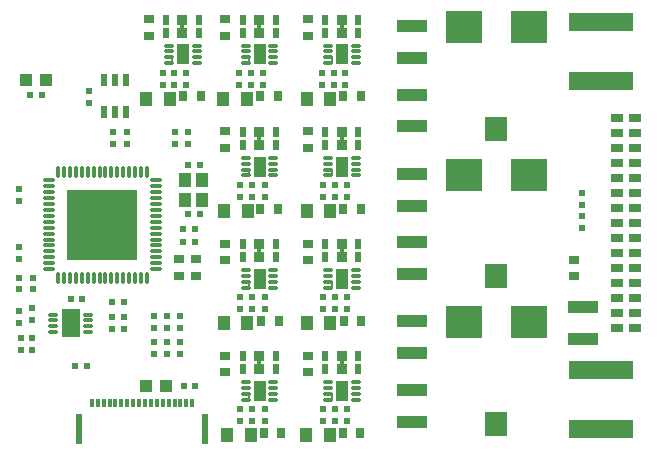
<source format=gtp>
G04 Layer_Color=8421504*
%FSLAX44Y44*%
%MOMM*%
G71*
G01*
G75*
%ADD10R,3.1000X2.8000*%
%ADD11R,1.9000X2.0000*%
%ADD12R,0.2000X0.5000*%
%ADD13R,1.0000X1.7000*%
G04:AMPARAMS|DCode=14|XSize=0.3mm|YSize=0.8mm|CornerRadius=0.075mm|HoleSize=0mm|Usage=FLASHONLY|Rotation=270.000|XOffset=0mm|YOffset=0mm|HoleType=Round|Shape=RoundedRectangle|*
%AMROUNDEDRECTD14*
21,1,0.3000,0.6500,0,0,270.0*
21,1,0.1500,0.8000,0,0,270.0*
1,1,0.1500,-0.3250,-0.0750*
1,1,0.1500,-0.3250,0.0750*
1,1,0.1500,0.3250,0.0750*
1,1,0.1500,0.3250,-0.0750*
%
%ADD14ROUNDEDRECTD14*%
%ADD15R,1.1000X1.0000*%
%ADD16R,0.9000X0.8000*%
%ADD17R,0.7000X0.9000*%
%ADD18R,0.6000X0.9000*%
%ADD19R,0.9000X0.9000*%
%ADD20R,0.3000X0.4000*%
%ADD21R,1.1000X1.2000*%
%ADD22R,0.3000X0.7000*%
%ADD23R,0.6000X2.6000*%
%ADD24R,1.6500X2.4000*%
%ADD25R,6.0000X6.0000*%
G04:AMPARAMS|DCode=26|XSize=0.3mm|YSize=1mm|CornerRadius=0.12mm|HoleSize=0mm|Usage=FLASHONLY|Rotation=90.000|XOffset=0mm|YOffset=0mm|HoleType=Round|Shape=RoundedRectangle|*
%AMROUNDEDRECTD26*
21,1,0.3000,0.7600,0,0,90.0*
21,1,0.0600,1.0000,0,0,90.0*
1,1,0.2400,0.3800,0.0300*
1,1,0.2400,0.3800,-0.0300*
1,1,0.2400,-0.3800,-0.0300*
1,1,0.2400,-0.3800,0.0300*
%
%ADD26ROUNDEDRECTD26*%
G04:AMPARAMS|DCode=27|XSize=0.3mm|YSize=1mm|CornerRadius=0.12mm|HoleSize=0mm|Usage=FLASHONLY|Rotation=180.000|XOffset=0mm|YOffset=0mm|HoleType=Round|Shape=RoundedRectangle|*
%AMROUNDEDRECTD27*
21,1,0.3000,0.7600,0,0,180.0*
21,1,0.0600,1.0000,0,0,180.0*
1,1,0.2400,-0.0300,0.3800*
1,1,0.2400,0.0300,0.3800*
1,1,0.2400,0.0300,-0.3800*
1,1,0.2400,-0.0300,-0.3800*
%
%ADD27ROUNDEDRECTD27*%
%ADD28R,2.6000X1.1000*%
%ADD29R,0.6000X1.0500*%
%ADD30R,1.1400X0.7500*%
%ADD31R,0.6000X0.6000*%
%ADD32R,0.6000X0.6000*%
%ADD33R,1.0000X1.3000*%
%ADD34R,5.4000X1.5000*%
D10*
X363821Y85743D02*
D03*
X418821D02*
D03*
Y210742D02*
D03*
X363821D02*
D03*
Y335742D02*
D03*
X418821D02*
D03*
D11*
X391321Y-258D02*
D03*
Y124742D02*
D03*
Y249743D02*
D03*
D12*
X117250Y307500D02*
D03*
X182250D02*
D03*
X252250D02*
D03*
Y212500D02*
D03*
X182250D02*
D03*
X252250Y117500D02*
D03*
X182250D02*
D03*
X252250Y22500D02*
D03*
X182250D02*
D03*
D13*
X126000Y312500D02*
D03*
X191000D02*
D03*
X261000D02*
D03*
Y217500D02*
D03*
X191000D02*
D03*
X261000Y122500D02*
D03*
X191000D02*
D03*
X261000Y27500D02*
D03*
X191000D02*
D03*
D14*
X114250Y305000D02*
D03*
Y310000D02*
D03*
Y315000D02*
D03*
Y320000D02*
D03*
X137750D02*
D03*
Y315000D02*
D03*
Y310000D02*
D03*
Y305000D02*
D03*
X179250D02*
D03*
Y310000D02*
D03*
Y315000D02*
D03*
Y320000D02*
D03*
X202750D02*
D03*
Y315000D02*
D03*
Y310000D02*
D03*
Y305000D02*
D03*
X249250D02*
D03*
Y310000D02*
D03*
Y315000D02*
D03*
Y320000D02*
D03*
X272750D02*
D03*
Y315000D02*
D03*
Y310000D02*
D03*
Y305000D02*
D03*
X249250Y210000D02*
D03*
Y215000D02*
D03*
Y220000D02*
D03*
Y225000D02*
D03*
X272750D02*
D03*
Y220000D02*
D03*
Y215000D02*
D03*
Y210000D02*
D03*
X179250D02*
D03*
Y215000D02*
D03*
Y220000D02*
D03*
Y225000D02*
D03*
X202750D02*
D03*
Y220000D02*
D03*
Y215000D02*
D03*
Y210000D02*
D03*
X249250Y115000D02*
D03*
Y120000D02*
D03*
Y125000D02*
D03*
Y130000D02*
D03*
X272750D02*
D03*
Y125000D02*
D03*
Y120000D02*
D03*
Y115000D02*
D03*
X179250D02*
D03*
Y120000D02*
D03*
Y125000D02*
D03*
Y130000D02*
D03*
X202750D02*
D03*
Y125000D02*
D03*
Y120000D02*
D03*
Y115000D02*
D03*
X249250Y20000D02*
D03*
Y25000D02*
D03*
Y30000D02*
D03*
Y35000D02*
D03*
X272750D02*
D03*
Y30000D02*
D03*
Y25000D02*
D03*
Y20000D02*
D03*
X179250D02*
D03*
Y25000D02*
D03*
Y30000D02*
D03*
Y35000D02*
D03*
X202750D02*
D03*
Y30000D02*
D03*
Y25000D02*
D03*
Y20000D02*
D03*
X16000Y77250D02*
D03*
Y82250D02*
D03*
Y87250D02*
D03*
Y92250D02*
D03*
X46000D02*
D03*
Y87250D02*
D03*
Y82250D02*
D03*
Y77250D02*
D03*
D15*
X10000Y290750D02*
D03*
X-7000D02*
D03*
X112000Y31500D02*
D03*
X95000D02*
D03*
D16*
X97000Y328250D02*
D03*
Y342250D02*
D03*
X162000Y328250D02*
D03*
Y342250D02*
D03*
X232000Y328250D02*
D03*
Y342250D02*
D03*
X162000Y233250D02*
D03*
Y247250D02*
D03*
X232000Y233250D02*
D03*
Y247250D02*
D03*
Y138250D02*
D03*
Y152250D02*
D03*
X162000Y138250D02*
D03*
Y152250D02*
D03*
Y43250D02*
D03*
Y57250D02*
D03*
X232000Y43250D02*
D03*
Y57250D02*
D03*
X137000Y139000D02*
D03*
Y125000D02*
D03*
X123000Y139000D02*
D03*
Y125000D02*
D03*
X457500Y124750D02*
D03*
Y138750D02*
D03*
D17*
X126250Y277000D02*
D03*
X141250D02*
D03*
X191250D02*
D03*
X206250D02*
D03*
X261750D02*
D03*
X276750D02*
D03*
X261750Y182000D02*
D03*
X276750D02*
D03*
X191750D02*
D03*
X206750D02*
D03*
X262250Y87000D02*
D03*
X277250D02*
D03*
X192250D02*
D03*
X207250D02*
D03*
X261250Y-8000D02*
D03*
X276250D02*
D03*
X194500Y-8250D02*
D03*
X209500D02*
D03*
D18*
X139750Y341750D02*
D03*
Y330750D02*
D03*
X111750D02*
D03*
Y341750D02*
D03*
X204750D02*
D03*
Y330750D02*
D03*
X176750D02*
D03*
Y341750D02*
D03*
X274750D02*
D03*
Y330750D02*
D03*
X246750D02*
D03*
Y341750D02*
D03*
X274750Y246750D02*
D03*
Y235750D02*
D03*
X246750D02*
D03*
Y246750D02*
D03*
X204750D02*
D03*
Y235750D02*
D03*
X176750D02*
D03*
Y246750D02*
D03*
X274750Y151750D02*
D03*
Y140750D02*
D03*
X246750D02*
D03*
Y151750D02*
D03*
X204750D02*
D03*
Y140750D02*
D03*
X176750D02*
D03*
Y151750D02*
D03*
X274750Y56750D02*
D03*
Y45750D02*
D03*
X246750D02*
D03*
Y56750D02*
D03*
X204750D02*
D03*
Y45750D02*
D03*
X176750D02*
D03*
Y56750D02*
D03*
D19*
X125750Y330750D02*
D03*
Y341750D02*
D03*
X190750Y330750D02*
D03*
Y341750D02*
D03*
X260750Y330750D02*
D03*
Y341750D02*
D03*
Y235750D02*
D03*
Y246750D02*
D03*
X190750Y235750D02*
D03*
Y246750D02*
D03*
X260750Y140750D02*
D03*
Y151750D02*
D03*
X190750Y140750D02*
D03*
Y151750D02*
D03*
X260750Y45750D02*
D03*
Y56750D02*
D03*
X190750Y45750D02*
D03*
Y56750D02*
D03*
D20*
X125750Y336250D02*
D03*
X190750D02*
D03*
X260750D02*
D03*
Y241250D02*
D03*
X190750D02*
D03*
X260750Y146250D02*
D03*
X190750D02*
D03*
X260750Y51250D02*
D03*
X190750D02*
D03*
D21*
X142250Y189500D02*
D03*
Y206500D02*
D03*
X128250D02*
D03*
Y189500D02*
D03*
D22*
X94000Y17500D02*
D03*
X89000D02*
D03*
X84000D02*
D03*
X79000D02*
D03*
X74000D02*
D03*
X69000D02*
D03*
X64000D02*
D03*
X59000D02*
D03*
X54000D02*
D03*
X49000D02*
D03*
X99000D02*
D03*
X104000D02*
D03*
X109000D02*
D03*
X114000D02*
D03*
X119000D02*
D03*
X124000D02*
D03*
X129000D02*
D03*
X134000D02*
D03*
D23*
X145000Y-4500D02*
D03*
X38000D02*
D03*
D24*
X31000Y84750D02*
D03*
D25*
X58000Y168250D02*
D03*
D26*
X13000Y130750D02*
D03*
Y135750D02*
D03*
Y140750D02*
D03*
Y145750D02*
D03*
Y150750D02*
D03*
Y155750D02*
D03*
Y160750D02*
D03*
Y165750D02*
D03*
Y170750D02*
D03*
Y175750D02*
D03*
Y180750D02*
D03*
Y185750D02*
D03*
Y190750D02*
D03*
Y195750D02*
D03*
Y200750D02*
D03*
Y205750D02*
D03*
X103000D02*
D03*
Y200750D02*
D03*
Y195750D02*
D03*
Y190750D02*
D03*
Y185750D02*
D03*
Y180750D02*
D03*
Y175750D02*
D03*
Y170750D02*
D03*
Y165750D02*
D03*
Y160750D02*
D03*
Y155750D02*
D03*
Y150750D02*
D03*
Y145750D02*
D03*
Y140750D02*
D03*
Y135750D02*
D03*
Y130750D02*
D03*
D27*
X20500Y213250D02*
D03*
X25500D02*
D03*
X30500D02*
D03*
X35500D02*
D03*
X40500D02*
D03*
X45500D02*
D03*
X50500D02*
D03*
X55500D02*
D03*
X60500D02*
D03*
X65500D02*
D03*
X70500D02*
D03*
X75500D02*
D03*
X80500D02*
D03*
X85500D02*
D03*
X90500D02*
D03*
X95500D02*
D03*
Y123250D02*
D03*
X90500D02*
D03*
X85500D02*
D03*
X80500D02*
D03*
X75500D02*
D03*
X70500D02*
D03*
X65500D02*
D03*
X60500D02*
D03*
X55500D02*
D03*
X50500D02*
D03*
X45500D02*
D03*
X40500D02*
D03*
X35500D02*
D03*
X30500D02*
D03*
X25500D02*
D03*
X20500D02*
D03*
D28*
X465000Y98500D02*
D03*
Y71500D02*
D03*
X320000Y28500D02*
D03*
Y1500D02*
D03*
Y153500D02*
D03*
Y126500D02*
D03*
Y278500D02*
D03*
Y251500D02*
D03*
X320071Y86493D02*
D03*
Y59493D02*
D03*
Y211493D02*
D03*
Y184492D02*
D03*
Y336493D02*
D03*
Y309492D02*
D03*
D29*
X78250Y291000D02*
D03*
X68750D02*
D03*
X59250D02*
D03*
Y264000D02*
D03*
X68750D02*
D03*
X78250D02*
D03*
D30*
X493250Y80450D02*
D03*
Y93150D02*
D03*
Y105850D02*
D03*
Y118550D02*
D03*
Y131250D02*
D03*
Y143950D02*
D03*
Y156650D02*
D03*
Y169350D02*
D03*
Y182050D02*
D03*
Y194750D02*
D03*
Y207450D02*
D03*
Y220150D02*
D03*
Y232850D02*
D03*
Y245550D02*
D03*
Y258250D02*
D03*
X508850D02*
D03*
Y245550D02*
D03*
Y232850D02*
D03*
Y220150D02*
D03*
Y207450D02*
D03*
Y194750D02*
D03*
Y182050D02*
D03*
Y169350D02*
D03*
Y156650D02*
D03*
Y143950D02*
D03*
Y131250D02*
D03*
Y118550D02*
D03*
Y105850D02*
D03*
Y93150D02*
D03*
Y80450D02*
D03*
D31*
X464000Y165250D02*
D03*
Y175250D02*
D03*
Y195000D02*
D03*
Y185000D02*
D03*
X112750Y68750D02*
D03*
Y58750D02*
D03*
X102000Y68750D02*
D03*
Y58750D02*
D03*
X123500D02*
D03*
Y68750D02*
D03*
X130000Y246500D02*
D03*
Y236500D02*
D03*
X119250D02*
D03*
Y246500D02*
D03*
X-12250Y198250D02*
D03*
Y188250D02*
D03*
X-12500Y139250D02*
D03*
Y149250D02*
D03*
Y123500D02*
D03*
Y113500D02*
D03*
Y85250D02*
D03*
Y95250D02*
D03*
X-750Y113500D02*
D03*
Y123500D02*
D03*
X79000Y237000D02*
D03*
Y247000D02*
D03*
X66500D02*
D03*
Y237000D02*
D03*
X-1250Y88000D02*
D03*
Y98000D02*
D03*
X46250Y281750D02*
D03*
Y271750D02*
D03*
X174750Y12000D02*
D03*
Y2000D02*
D03*
X244750D02*
D03*
Y12000D02*
D03*
X174750Y107000D02*
D03*
Y97000D02*
D03*
X244750D02*
D03*
Y107000D02*
D03*
X174750Y202000D02*
D03*
Y192000D02*
D03*
X244750D02*
D03*
Y202000D02*
D03*
X244000Y297000D02*
D03*
Y287000D02*
D03*
X174000D02*
D03*
Y297000D02*
D03*
X109000D02*
D03*
Y287000D02*
D03*
X195250Y2000D02*
D03*
Y12000D02*
D03*
X265250D02*
D03*
Y2000D02*
D03*
X195250Y97000D02*
D03*
Y107000D02*
D03*
X265250D02*
D03*
Y97000D02*
D03*
X195250Y192000D02*
D03*
Y202000D02*
D03*
X265250D02*
D03*
Y192000D02*
D03*
X263500Y287000D02*
D03*
Y297000D02*
D03*
X193500D02*
D03*
Y287000D02*
D03*
X128500D02*
D03*
Y297000D02*
D03*
X112750Y90750D02*
D03*
Y80750D02*
D03*
X102000Y90750D02*
D03*
Y80750D02*
D03*
X123500D02*
D03*
Y90750D02*
D03*
X185000Y12000D02*
D03*
Y2000D02*
D03*
X255000D02*
D03*
Y12000D02*
D03*
X185000Y107000D02*
D03*
Y97000D02*
D03*
X255000D02*
D03*
Y107000D02*
D03*
X185000Y202000D02*
D03*
Y192000D02*
D03*
X255000D02*
D03*
Y202000D02*
D03*
X253750Y297000D02*
D03*
Y287000D02*
D03*
X183750D02*
D03*
Y297000D02*
D03*
X118750D02*
D03*
Y287000D02*
D03*
D32*
X35000Y48750D02*
D03*
X45000D02*
D03*
X126000Y153500D02*
D03*
X136000D02*
D03*
X126750Y32000D02*
D03*
X136750D02*
D03*
X130250Y177000D02*
D03*
X140250D02*
D03*
X130250Y219000D02*
D03*
X140250D02*
D03*
X136000Y165000D02*
D03*
X126000D02*
D03*
X-1250Y62000D02*
D03*
X-11250D02*
D03*
X66250Y103000D02*
D03*
X76250D02*
D03*
X41000Y105750D02*
D03*
X31000D02*
D03*
X6500Y278500D02*
D03*
X-3500D02*
D03*
X-1250Y72000D02*
D03*
X-11250D02*
D03*
X76250Y90500D02*
D03*
X66250D02*
D03*
X76250Y80000D02*
D03*
X66250D02*
D03*
D33*
X163750Y-10000D02*
D03*
X183750D02*
D03*
X160750Y85000D02*
D03*
X180750D02*
D03*
X231000D02*
D03*
X251000D02*
D03*
X161000Y180000D02*
D03*
X181000D02*
D03*
X230750D02*
D03*
X250750D02*
D03*
X230750Y275000D02*
D03*
X250750D02*
D03*
X160250D02*
D03*
X180250D02*
D03*
X95250D02*
D03*
X115250D02*
D03*
X230500Y-10000D02*
D03*
X250500D02*
D03*
D34*
X480000Y340000D02*
D03*
Y290000D02*
D03*
Y-5000D02*
D03*
Y45000D02*
D03*
M02*

</source>
